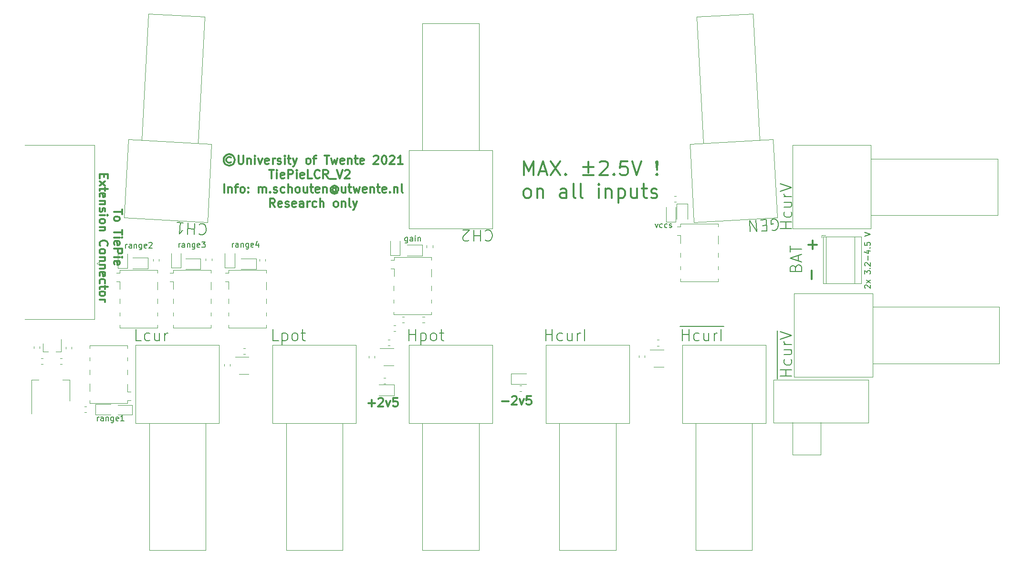
<source format=gbr>
G04 #@! TF.GenerationSoftware,KiCad,Pcbnew,(5.1.5)-3*
G04 #@! TF.CreationDate,2021-03-25T21:43:08+01:00*
G04 #@! TF.ProjectId,tiepieLCR,74696570-6965-44c4-9352-2e6b69636164,rev?*
G04 #@! TF.SameCoordinates,Original*
G04 #@! TF.FileFunction,Legend,Top*
G04 #@! TF.FilePolarity,Positive*
%FSLAX46Y46*%
G04 Gerber Fmt 4.6, Leading zero omitted, Abs format (unit mm)*
G04 Created by KiCad (PCBNEW (5.1.5)-3) date 2021-03-25 21:43:08*
%MOMM*%
%LPD*%
G04 APERTURE LIST*
%ADD10C,0.300000*%
%ADD11C,0.150000*%
%ADD12C,0.120000*%
G04 APERTURE END LIST*
D10*
X74103571Y-46007142D02*
X75246428Y-46007142D01*
X75889285Y-45221428D02*
X75960714Y-45150000D01*
X76103571Y-45078571D01*
X76460714Y-45078571D01*
X76603571Y-45150000D01*
X76675000Y-45221428D01*
X76746428Y-45364285D01*
X76746428Y-45507142D01*
X76675000Y-45721428D01*
X75817857Y-46578571D01*
X76746428Y-46578571D01*
X77246428Y-45578571D02*
X77603571Y-46578571D01*
X77960714Y-45578571D01*
X79246428Y-45078571D02*
X78532142Y-45078571D01*
X78460714Y-45792857D01*
X78532142Y-45721428D01*
X78675000Y-45650000D01*
X79032142Y-45650000D01*
X79175000Y-45721428D01*
X79246428Y-45792857D01*
X79317857Y-45935714D01*
X79317857Y-46292857D01*
X79246428Y-46435714D01*
X79175000Y-46507142D01*
X79032142Y-46578571D01*
X78675000Y-46578571D01*
X78532142Y-46507142D01*
X78460714Y-46435714D01*
X50403571Y-46307142D02*
X51546428Y-46307142D01*
X50975000Y-46878571D02*
X50975000Y-45735714D01*
X52189285Y-45521428D02*
X52260714Y-45450000D01*
X52403571Y-45378571D01*
X52760714Y-45378571D01*
X52903571Y-45450000D01*
X52975000Y-45521428D01*
X53046428Y-45664285D01*
X53046428Y-45807142D01*
X52975000Y-46021428D01*
X52117857Y-46878571D01*
X53046428Y-46878571D01*
X53546428Y-45878571D02*
X53903571Y-46878571D01*
X54260714Y-45878571D01*
X55546428Y-45378571D02*
X54832142Y-45378571D01*
X54760714Y-46092857D01*
X54832142Y-46021428D01*
X54975000Y-45950000D01*
X55332142Y-45950000D01*
X55475000Y-46021428D01*
X55546428Y-46092857D01*
X55617857Y-46235714D01*
X55617857Y-46592857D01*
X55546428Y-46735714D01*
X55475000Y-46807142D01*
X55332142Y-46878571D01*
X54975000Y-46878571D01*
X54832142Y-46807142D01*
X54760714Y-46735714D01*
D11*
X101275000Y-14485714D02*
X101513095Y-15152380D01*
X101751190Y-14485714D01*
X102560714Y-15104761D02*
X102465476Y-15152380D01*
X102275000Y-15152380D01*
X102179761Y-15104761D01*
X102132142Y-15057142D01*
X102084523Y-14961904D01*
X102084523Y-14676190D01*
X102132142Y-14580952D01*
X102179761Y-14533333D01*
X102275000Y-14485714D01*
X102465476Y-14485714D01*
X102560714Y-14533333D01*
X103417857Y-15104761D02*
X103322619Y-15152380D01*
X103132142Y-15152380D01*
X103036904Y-15104761D01*
X102989285Y-15057142D01*
X102941666Y-14961904D01*
X102941666Y-14676190D01*
X102989285Y-14580952D01*
X103036904Y-14533333D01*
X103132142Y-14485714D01*
X103322619Y-14485714D01*
X103417857Y-14533333D01*
X103798809Y-15104761D02*
X103894047Y-15152380D01*
X104084523Y-15152380D01*
X104179761Y-15104761D01*
X104227380Y-15009523D01*
X104227380Y-14961904D01*
X104179761Y-14866666D01*
X104084523Y-14819047D01*
X103941666Y-14819047D01*
X103846428Y-14771428D01*
X103798809Y-14676190D01*
X103798809Y-14628571D01*
X103846428Y-14533333D01*
X103941666Y-14485714D01*
X104084523Y-14485714D01*
X104179761Y-14533333D01*
X57346428Y-16885714D02*
X57346428Y-17695238D01*
X57298809Y-17790476D01*
X57251190Y-17838095D01*
X57155952Y-17885714D01*
X57013095Y-17885714D01*
X56917857Y-17838095D01*
X57346428Y-17504761D02*
X57251190Y-17552380D01*
X57060714Y-17552380D01*
X56965476Y-17504761D01*
X56917857Y-17457142D01*
X56870238Y-17361904D01*
X56870238Y-17076190D01*
X56917857Y-16980952D01*
X56965476Y-16933333D01*
X57060714Y-16885714D01*
X57251190Y-16885714D01*
X57346428Y-16933333D01*
X58251190Y-17552380D02*
X58251190Y-17028571D01*
X58203571Y-16933333D01*
X58108333Y-16885714D01*
X57917857Y-16885714D01*
X57822619Y-16933333D01*
X58251190Y-17504761D02*
X58155952Y-17552380D01*
X57917857Y-17552380D01*
X57822619Y-17504761D01*
X57775000Y-17409523D01*
X57775000Y-17314285D01*
X57822619Y-17219047D01*
X57917857Y-17171428D01*
X58155952Y-17171428D01*
X58251190Y-17123809D01*
X58727380Y-17552380D02*
X58727380Y-16885714D01*
X58727380Y-16552380D02*
X58679761Y-16600000D01*
X58727380Y-16647619D01*
X58775000Y-16600000D01*
X58727380Y-16552380D01*
X58727380Y-16647619D01*
X59203571Y-16885714D02*
X59203571Y-17552380D01*
X59203571Y-16980952D02*
X59251190Y-16933333D01*
X59346428Y-16885714D01*
X59489285Y-16885714D01*
X59584523Y-16933333D01*
X59632142Y-17028571D01*
X59632142Y-17552380D01*
X2316666Y-49427380D02*
X2316666Y-48760714D01*
X2316666Y-48951190D02*
X2364285Y-48855952D01*
X2411904Y-48808333D01*
X2507142Y-48760714D01*
X2602380Y-48760714D01*
X3364285Y-49427380D02*
X3364285Y-48903571D01*
X3316666Y-48808333D01*
X3221428Y-48760714D01*
X3030952Y-48760714D01*
X2935714Y-48808333D01*
X3364285Y-49379761D02*
X3269047Y-49427380D01*
X3030952Y-49427380D01*
X2935714Y-49379761D01*
X2888095Y-49284523D01*
X2888095Y-49189285D01*
X2935714Y-49094047D01*
X3030952Y-49046428D01*
X3269047Y-49046428D01*
X3364285Y-48998809D01*
X3840476Y-48760714D02*
X3840476Y-49427380D01*
X3840476Y-48855952D02*
X3888095Y-48808333D01*
X3983333Y-48760714D01*
X4126190Y-48760714D01*
X4221428Y-48808333D01*
X4269047Y-48903571D01*
X4269047Y-49427380D01*
X5173809Y-48760714D02*
X5173809Y-49570238D01*
X5126190Y-49665476D01*
X5078571Y-49713095D01*
X4983333Y-49760714D01*
X4840476Y-49760714D01*
X4745238Y-49713095D01*
X5173809Y-49379761D02*
X5078571Y-49427380D01*
X4888095Y-49427380D01*
X4792857Y-49379761D01*
X4745238Y-49332142D01*
X4697619Y-49236904D01*
X4697619Y-48951190D01*
X4745238Y-48855952D01*
X4792857Y-48808333D01*
X4888095Y-48760714D01*
X5078571Y-48760714D01*
X5173809Y-48808333D01*
X6030952Y-49379761D02*
X5935714Y-49427380D01*
X5745238Y-49427380D01*
X5650000Y-49379761D01*
X5602380Y-49284523D01*
X5602380Y-48903571D01*
X5650000Y-48808333D01*
X5745238Y-48760714D01*
X5935714Y-48760714D01*
X6030952Y-48808333D01*
X6078571Y-48903571D01*
X6078571Y-48998809D01*
X5602380Y-49094047D01*
X7030952Y-49427380D02*
X6459523Y-49427380D01*
X6745238Y-49427380D02*
X6745238Y-48427380D01*
X6650000Y-48570238D01*
X6554761Y-48665476D01*
X6459523Y-48713095D01*
X26266666Y-18602380D02*
X26266666Y-17935714D01*
X26266666Y-18126190D02*
X26314285Y-18030952D01*
X26361904Y-17983333D01*
X26457142Y-17935714D01*
X26552380Y-17935714D01*
X27314285Y-18602380D02*
X27314285Y-18078571D01*
X27266666Y-17983333D01*
X27171428Y-17935714D01*
X26980952Y-17935714D01*
X26885714Y-17983333D01*
X27314285Y-18554761D02*
X27219047Y-18602380D01*
X26980952Y-18602380D01*
X26885714Y-18554761D01*
X26838095Y-18459523D01*
X26838095Y-18364285D01*
X26885714Y-18269047D01*
X26980952Y-18221428D01*
X27219047Y-18221428D01*
X27314285Y-18173809D01*
X27790476Y-17935714D02*
X27790476Y-18602380D01*
X27790476Y-18030952D02*
X27838095Y-17983333D01*
X27933333Y-17935714D01*
X28076190Y-17935714D01*
X28171428Y-17983333D01*
X28219047Y-18078571D01*
X28219047Y-18602380D01*
X29123809Y-17935714D02*
X29123809Y-18745238D01*
X29076190Y-18840476D01*
X29028571Y-18888095D01*
X28933333Y-18935714D01*
X28790476Y-18935714D01*
X28695238Y-18888095D01*
X29123809Y-18554761D02*
X29028571Y-18602380D01*
X28838095Y-18602380D01*
X28742857Y-18554761D01*
X28695238Y-18507142D01*
X28647619Y-18411904D01*
X28647619Y-18126190D01*
X28695238Y-18030952D01*
X28742857Y-17983333D01*
X28838095Y-17935714D01*
X29028571Y-17935714D01*
X29123809Y-17983333D01*
X29980952Y-18554761D02*
X29885714Y-18602380D01*
X29695238Y-18602380D01*
X29600000Y-18554761D01*
X29552380Y-18459523D01*
X29552380Y-18078571D01*
X29600000Y-17983333D01*
X29695238Y-17935714D01*
X29885714Y-17935714D01*
X29980952Y-17983333D01*
X30028571Y-18078571D01*
X30028571Y-18173809D01*
X29552380Y-18269047D01*
X30885714Y-17935714D02*
X30885714Y-18602380D01*
X30647619Y-17554761D02*
X30409523Y-18269047D01*
X31028571Y-18269047D01*
X16741666Y-18652380D02*
X16741666Y-17985714D01*
X16741666Y-18176190D02*
X16789285Y-18080952D01*
X16836904Y-18033333D01*
X16932142Y-17985714D01*
X17027380Y-17985714D01*
X17789285Y-18652380D02*
X17789285Y-18128571D01*
X17741666Y-18033333D01*
X17646428Y-17985714D01*
X17455952Y-17985714D01*
X17360714Y-18033333D01*
X17789285Y-18604761D02*
X17694047Y-18652380D01*
X17455952Y-18652380D01*
X17360714Y-18604761D01*
X17313095Y-18509523D01*
X17313095Y-18414285D01*
X17360714Y-18319047D01*
X17455952Y-18271428D01*
X17694047Y-18271428D01*
X17789285Y-18223809D01*
X18265476Y-17985714D02*
X18265476Y-18652380D01*
X18265476Y-18080952D02*
X18313095Y-18033333D01*
X18408333Y-17985714D01*
X18551190Y-17985714D01*
X18646428Y-18033333D01*
X18694047Y-18128571D01*
X18694047Y-18652380D01*
X19598809Y-17985714D02*
X19598809Y-18795238D01*
X19551190Y-18890476D01*
X19503571Y-18938095D01*
X19408333Y-18985714D01*
X19265476Y-18985714D01*
X19170238Y-18938095D01*
X19598809Y-18604761D02*
X19503571Y-18652380D01*
X19313095Y-18652380D01*
X19217857Y-18604761D01*
X19170238Y-18557142D01*
X19122619Y-18461904D01*
X19122619Y-18176190D01*
X19170238Y-18080952D01*
X19217857Y-18033333D01*
X19313095Y-17985714D01*
X19503571Y-17985714D01*
X19598809Y-18033333D01*
X20455952Y-18604761D02*
X20360714Y-18652380D01*
X20170238Y-18652380D01*
X20075000Y-18604761D01*
X20027380Y-18509523D01*
X20027380Y-18128571D01*
X20075000Y-18033333D01*
X20170238Y-17985714D01*
X20360714Y-17985714D01*
X20455952Y-18033333D01*
X20503571Y-18128571D01*
X20503571Y-18223809D01*
X20027380Y-18319047D01*
X20836904Y-17652380D02*
X21455952Y-17652380D01*
X21122619Y-18033333D01*
X21265476Y-18033333D01*
X21360714Y-18080952D01*
X21408333Y-18128571D01*
X21455952Y-18223809D01*
X21455952Y-18461904D01*
X21408333Y-18557142D01*
X21360714Y-18604761D01*
X21265476Y-18652380D01*
X20979761Y-18652380D01*
X20884523Y-18604761D01*
X20836904Y-18557142D01*
X7316666Y-18752380D02*
X7316666Y-18085714D01*
X7316666Y-18276190D02*
X7364285Y-18180952D01*
X7411904Y-18133333D01*
X7507142Y-18085714D01*
X7602380Y-18085714D01*
X8364285Y-18752380D02*
X8364285Y-18228571D01*
X8316666Y-18133333D01*
X8221428Y-18085714D01*
X8030952Y-18085714D01*
X7935714Y-18133333D01*
X8364285Y-18704761D02*
X8269047Y-18752380D01*
X8030952Y-18752380D01*
X7935714Y-18704761D01*
X7888095Y-18609523D01*
X7888095Y-18514285D01*
X7935714Y-18419047D01*
X8030952Y-18371428D01*
X8269047Y-18371428D01*
X8364285Y-18323809D01*
X8840476Y-18085714D02*
X8840476Y-18752380D01*
X8840476Y-18180952D02*
X8888095Y-18133333D01*
X8983333Y-18085714D01*
X9126190Y-18085714D01*
X9221428Y-18133333D01*
X9269047Y-18228571D01*
X9269047Y-18752380D01*
X10173809Y-18085714D02*
X10173809Y-18895238D01*
X10126190Y-18990476D01*
X10078571Y-19038095D01*
X9983333Y-19085714D01*
X9840476Y-19085714D01*
X9745238Y-19038095D01*
X10173809Y-18704761D02*
X10078571Y-18752380D01*
X9888095Y-18752380D01*
X9792857Y-18704761D01*
X9745238Y-18657142D01*
X9697619Y-18561904D01*
X9697619Y-18276190D01*
X9745238Y-18180952D01*
X9792857Y-18133333D01*
X9888095Y-18085714D01*
X10078571Y-18085714D01*
X10173809Y-18133333D01*
X11030952Y-18704761D02*
X10935714Y-18752380D01*
X10745238Y-18752380D01*
X10650000Y-18704761D01*
X10602380Y-18609523D01*
X10602380Y-18228571D01*
X10650000Y-18133333D01*
X10745238Y-18085714D01*
X10935714Y-18085714D01*
X11030952Y-18133333D01*
X11078571Y-18228571D01*
X11078571Y-18323809D01*
X10602380Y-18419047D01*
X11459523Y-17847619D02*
X11507142Y-17800000D01*
X11602380Y-17752380D01*
X11840476Y-17752380D01*
X11935714Y-17800000D01*
X11983333Y-17847619D01*
X12030952Y-17942857D01*
X12030952Y-18038095D01*
X11983333Y-18180952D01*
X11411904Y-18752380D01*
X12030952Y-18752380D01*
D10*
X78014285Y-5855952D02*
X78014285Y-3355952D01*
X78847619Y-5141666D01*
X79680952Y-3355952D01*
X79680952Y-5855952D01*
X80752380Y-5141666D02*
X81942857Y-5141666D01*
X80514285Y-5855952D02*
X81347619Y-3355952D01*
X82180952Y-5855952D01*
X82776190Y-3355952D02*
X84442857Y-5855952D01*
X84442857Y-3355952D02*
X82776190Y-5855952D01*
X85395238Y-5617857D02*
X85514285Y-5736904D01*
X85395238Y-5855952D01*
X85276190Y-5736904D01*
X85395238Y-5617857D01*
X85395238Y-5855952D01*
X88490476Y-4427380D02*
X90395238Y-4427380D01*
X89442857Y-5379761D02*
X89442857Y-3475000D01*
X90395238Y-5855952D02*
X88490476Y-5855952D01*
X91466666Y-3594047D02*
X91585714Y-3475000D01*
X91823809Y-3355952D01*
X92419047Y-3355952D01*
X92657142Y-3475000D01*
X92776190Y-3594047D01*
X92895238Y-3832142D01*
X92895238Y-4070238D01*
X92776190Y-4427380D01*
X91347619Y-5855952D01*
X92895238Y-5855952D01*
X93966666Y-5617857D02*
X94085714Y-5736904D01*
X93966666Y-5855952D01*
X93847619Y-5736904D01*
X93966666Y-5617857D01*
X93966666Y-5855952D01*
X96347619Y-3355952D02*
X95157142Y-3355952D01*
X95038095Y-4546428D01*
X95157142Y-4427380D01*
X95395238Y-4308333D01*
X95990476Y-4308333D01*
X96228571Y-4427380D01*
X96347619Y-4546428D01*
X96466666Y-4784523D01*
X96466666Y-5379761D01*
X96347619Y-5617857D01*
X96228571Y-5736904D01*
X95990476Y-5855952D01*
X95395238Y-5855952D01*
X95157142Y-5736904D01*
X95038095Y-5617857D01*
X97180952Y-3355952D02*
X98014285Y-5855952D01*
X98847619Y-3355952D01*
X101585714Y-5617857D02*
X101704761Y-5736904D01*
X101585714Y-5855952D01*
X101466666Y-5736904D01*
X101585714Y-5617857D01*
X101585714Y-5855952D01*
X101585714Y-4903571D02*
X101466666Y-3475000D01*
X101585714Y-3355952D01*
X101704761Y-3475000D01*
X101585714Y-4903571D01*
X101585714Y-3355952D01*
X78430952Y-9905952D02*
X78192857Y-9786904D01*
X78073809Y-9667857D01*
X77954761Y-9429761D01*
X77954761Y-8715476D01*
X78073809Y-8477380D01*
X78192857Y-8358333D01*
X78430952Y-8239285D01*
X78788095Y-8239285D01*
X79026190Y-8358333D01*
X79145238Y-8477380D01*
X79264285Y-8715476D01*
X79264285Y-9429761D01*
X79145238Y-9667857D01*
X79026190Y-9786904D01*
X78788095Y-9905952D01*
X78430952Y-9905952D01*
X80335714Y-8239285D02*
X80335714Y-9905952D01*
X80335714Y-8477380D02*
X80454761Y-8358333D01*
X80692857Y-8239285D01*
X81050000Y-8239285D01*
X81288095Y-8358333D01*
X81407142Y-8596428D01*
X81407142Y-9905952D01*
X85573809Y-9905952D02*
X85573809Y-8596428D01*
X85454761Y-8358333D01*
X85216666Y-8239285D01*
X84740476Y-8239285D01*
X84502380Y-8358333D01*
X85573809Y-9786904D02*
X85335714Y-9905952D01*
X84740476Y-9905952D01*
X84502380Y-9786904D01*
X84383333Y-9548809D01*
X84383333Y-9310714D01*
X84502380Y-9072619D01*
X84740476Y-8953571D01*
X85335714Y-8953571D01*
X85573809Y-8834523D01*
X87121428Y-9905952D02*
X86883333Y-9786904D01*
X86764285Y-9548809D01*
X86764285Y-7405952D01*
X88430952Y-9905952D02*
X88192857Y-9786904D01*
X88073809Y-9548809D01*
X88073809Y-7405952D01*
X91288095Y-9905952D02*
X91288095Y-8239285D01*
X91288095Y-7405952D02*
X91169047Y-7525000D01*
X91288095Y-7644047D01*
X91407142Y-7525000D01*
X91288095Y-7405952D01*
X91288095Y-7644047D01*
X92478571Y-8239285D02*
X92478571Y-9905952D01*
X92478571Y-8477380D02*
X92597619Y-8358333D01*
X92835714Y-8239285D01*
X93192857Y-8239285D01*
X93430952Y-8358333D01*
X93550000Y-8596428D01*
X93550000Y-9905952D01*
X94740476Y-8239285D02*
X94740476Y-10739285D01*
X94740476Y-8358333D02*
X94978571Y-8239285D01*
X95454761Y-8239285D01*
X95692857Y-8358333D01*
X95811904Y-8477380D01*
X95930952Y-8715476D01*
X95930952Y-9429761D01*
X95811904Y-9667857D01*
X95692857Y-9786904D01*
X95454761Y-9905952D01*
X94978571Y-9905952D01*
X94740476Y-9786904D01*
X98073809Y-8239285D02*
X98073809Y-9905952D01*
X97002380Y-8239285D02*
X97002380Y-9548809D01*
X97121428Y-9786904D01*
X97359523Y-9905952D01*
X97716666Y-9905952D01*
X97954761Y-9786904D01*
X98073809Y-9667857D01*
X98907142Y-8239285D02*
X99859523Y-8239285D01*
X99264285Y-7405952D02*
X99264285Y-9548809D01*
X99383333Y-9786904D01*
X99621428Y-9905952D01*
X99859523Y-9905952D01*
X100573809Y-9786904D02*
X100811904Y-9905952D01*
X101288095Y-9905952D01*
X101526190Y-9786904D01*
X101645238Y-9548809D01*
X101645238Y-9429761D01*
X101526190Y-9191666D01*
X101288095Y-9072619D01*
X100930952Y-9072619D01*
X100692857Y-8953571D01*
X100573809Y-8715476D01*
X100573809Y-8596428D01*
X100692857Y-8358333D01*
X100930952Y-8239285D01*
X101288095Y-8239285D01*
X101526190Y-8358333D01*
X6746428Y-11900000D02*
X6746428Y-12757142D01*
X5246428Y-12328571D02*
X6746428Y-12328571D01*
X5246428Y-13471428D02*
X5317857Y-13328571D01*
X5389285Y-13257142D01*
X5532142Y-13185714D01*
X5960714Y-13185714D01*
X6103571Y-13257142D01*
X6175000Y-13328571D01*
X6246428Y-13471428D01*
X6246428Y-13685714D01*
X6175000Y-13828571D01*
X6103571Y-13900000D01*
X5960714Y-13971428D01*
X5532142Y-13971428D01*
X5389285Y-13900000D01*
X5317857Y-13828571D01*
X5246428Y-13685714D01*
X5246428Y-13471428D01*
X6746428Y-15542857D02*
X6746428Y-16400000D01*
X5246428Y-15971428D02*
X6746428Y-15971428D01*
X5246428Y-16900000D02*
X6246428Y-16900000D01*
X6746428Y-16900000D02*
X6675000Y-16828571D01*
X6603571Y-16900000D01*
X6675000Y-16971428D01*
X6746428Y-16900000D01*
X6603571Y-16900000D01*
X5317857Y-18185714D02*
X5246428Y-18042857D01*
X5246428Y-17757142D01*
X5317857Y-17614285D01*
X5460714Y-17542857D01*
X6032142Y-17542857D01*
X6175000Y-17614285D01*
X6246428Y-17757142D01*
X6246428Y-18042857D01*
X6175000Y-18185714D01*
X6032142Y-18257142D01*
X5889285Y-18257142D01*
X5746428Y-17542857D01*
X5246428Y-18900000D02*
X6746428Y-18900000D01*
X6746428Y-19471428D01*
X6675000Y-19614285D01*
X6603571Y-19685714D01*
X6460714Y-19757142D01*
X6246428Y-19757142D01*
X6103571Y-19685714D01*
X6032142Y-19614285D01*
X5960714Y-19471428D01*
X5960714Y-18900000D01*
X5246428Y-20400000D02*
X6246428Y-20400000D01*
X6746428Y-20400000D02*
X6674999Y-20328571D01*
X6603571Y-20400000D01*
X6674999Y-20471428D01*
X6746428Y-20400000D01*
X6603571Y-20400000D01*
X5317857Y-21685714D02*
X5246428Y-21542857D01*
X5246428Y-21257142D01*
X5317857Y-21114285D01*
X5460714Y-21042857D01*
X6032142Y-21042857D01*
X6174999Y-21114285D01*
X6246428Y-21257142D01*
X6246428Y-21542857D01*
X6174999Y-21685714D01*
X6032142Y-21757142D01*
X5889285Y-21757142D01*
X5746428Y-21042857D01*
X3482142Y-5685714D02*
X3482142Y-6185714D01*
X2696428Y-6399999D02*
X2696428Y-5685714D01*
X4196428Y-5685714D01*
X4196428Y-6399999D01*
X2696428Y-6899999D02*
X3696428Y-7685714D01*
X3696428Y-6899999D02*
X2696428Y-7685714D01*
X3696428Y-8042857D02*
X3696428Y-8614285D01*
X4196428Y-8257142D02*
X2910714Y-8257142D01*
X2767857Y-8328571D01*
X2696428Y-8471428D01*
X2696428Y-8614285D01*
X2767857Y-9685714D02*
X2696428Y-9542857D01*
X2696428Y-9257142D01*
X2767857Y-9114285D01*
X2910714Y-9042857D01*
X3482142Y-9042857D01*
X3625000Y-9114285D01*
X3696428Y-9257142D01*
X3696428Y-9542857D01*
X3625000Y-9685714D01*
X3482142Y-9757142D01*
X3339285Y-9757142D01*
X3196428Y-9042857D01*
X3696428Y-10399999D02*
X2696428Y-10399999D01*
X3553571Y-10399999D02*
X3625000Y-10471428D01*
X3696428Y-10614285D01*
X3696428Y-10828571D01*
X3625000Y-10971428D01*
X3482142Y-11042857D01*
X2696428Y-11042857D01*
X2767857Y-11685714D02*
X2696428Y-11828571D01*
X2696428Y-12114285D01*
X2767857Y-12257142D01*
X2910714Y-12328571D01*
X2982142Y-12328571D01*
X3125000Y-12257142D01*
X3196428Y-12114285D01*
X3196428Y-11899999D01*
X3267857Y-11757142D01*
X3410714Y-11685714D01*
X3482142Y-11685714D01*
X3625000Y-11757142D01*
X3696428Y-11899999D01*
X3696428Y-12114285D01*
X3625000Y-12257142D01*
X2696428Y-12971428D02*
X3696428Y-12971428D01*
X4196428Y-12971428D02*
X4125000Y-12899999D01*
X4053571Y-12971428D01*
X4125000Y-13042857D01*
X4196428Y-12971428D01*
X4053571Y-12971428D01*
X2696428Y-13899999D02*
X2767857Y-13757142D01*
X2839285Y-13685714D01*
X2982142Y-13614285D01*
X3410714Y-13614285D01*
X3553571Y-13685714D01*
X3625000Y-13757142D01*
X3696428Y-13899999D01*
X3696428Y-14114285D01*
X3625000Y-14257142D01*
X3553571Y-14328571D01*
X3410714Y-14399999D01*
X2982142Y-14399999D01*
X2839285Y-14328571D01*
X2767857Y-14257142D01*
X2696428Y-14114285D01*
X2696428Y-13899999D01*
X3696428Y-15042857D02*
X2696428Y-15042857D01*
X3553571Y-15042857D02*
X3625000Y-15114285D01*
X3696428Y-15257142D01*
X3696428Y-15471428D01*
X3625000Y-15614285D01*
X3482142Y-15685714D01*
X2696428Y-15685714D01*
X2839285Y-18399999D02*
X2767857Y-18328571D01*
X2696428Y-18114285D01*
X2696428Y-17971428D01*
X2767857Y-17757142D01*
X2910714Y-17614285D01*
X3053571Y-17542857D01*
X3339285Y-17471428D01*
X3553571Y-17471428D01*
X3839285Y-17542857D01*
X3982142Y-17614285D01*
X4125000Y-17757142D01*
X4196428Y-17971428D01*
X4196428Y-18114285D01*
X4125000Y-18328571D01*
X4053571Y-18399999D01*
X2696428Y-19257142D02*
X2767857Y-19114285D01*
X2839285Y-19042857D01*
X2982142Y-18971428D01*
X3410714Y-18971428D01*
X3553571Y-19042857D01*
X3624999Y-19114285D01*
X3696428Y-19257142D01*
X3696428Y-19471428D01*
X3624999Y-19614285D01*
X3553571Y-19685714D01*
X3410714Y-19757142D01*
X2982142Y-19757142D01*
X2839285Y-19685714D01*
X2767857Y-19614285D01*
X2696428Y-19471428D01*
X2696428Y-19257142D01*
X3696428Y-20399999D02*
X2696428Y-20399999D01*
X3553571Y-20399999D02*
X3624999Y-20471428D01*
X3696428Y-20614285D01*
X3696428Y-20828571D01*
X3624999Y-20971428D01*
X3482142Y-21042857D01*
X2696428Y-21042857D01*
X3696428Y-21757142D02*
X2696428Y-21757142D01*
X3553571Y-21757142D02*
X3624999Y-21828571D01*
X3696428Y-21971428D01*
X3696428Y-22185714D01*
X3624999Y-22328571D01*
X3482142Y-22399999D01*
X2696428Y-22399999D01*
X2767857Y-23685714D02*
X2696428Y-23542857D01*
X2696428Y-23257142D01*
X2767857Y-23114285D01*
X2910714Y-23042857D01*
X3482142Y-23042857D01*
X3624999Y-23114285D01*
X3696428Y-23257142D01*
X3696428Y-23542857D01*
X3624999Y-23685714D01*
X3482142Y-23757142D01*
X3339285Y-23757142D01*
X3196428Y-23042857D01*
X2767857Y-25042857D02*
X2696428Y-24900000D01*
X2696428Y-24614285D01*
X2767857Y-24471428D01*
X2839285Y-24400000D01*
X2982142Y-24328571D01*
X3410714Y-24328571D01*
X3553571Y-24400000D01*
X3624999Y-24471428D01*
X3696428Y-24614285D01*
X3696428Y-24900000D01*
X3624999Y-25042857D01*
X3696428Y-25471428D02*
X3696428Y-26042857D01*
X4196428Y-25685714D02*
X2910714Y-25685714D01*
X2767857Y-25757142D01*
X2696428Y-25900000D01*
X2696428Y-26042857D01*
X2696428Y-26757142D02*
X2767857Y-26614285D01*
X2839285Y-26542857D01*
X2982142Y-26471428D01*
X3410714Y-26471428D01*
X3553571Y-26542857D01*
X3624999Y-26614285D01*
X3696428Y-26757142D01*
X3696428Y-26971428D01*
X3624999Y-27114285D01*
X3553571Y-27185714D01*
X3410714Y-27257142D01*
X2982142Y-27257142D01*
X2839285Y-27185714D01*
X2767857Y-27114285D01*
X2696428Y-26971428D01*
X2696428Y-26757142D01*
X2696428Y-27900000D02*
X3696428Y-27900000D01*
X3410714Y-27900000D02*
X3553571Y-27971428D01*
X3624999Y-28042857D01*
X3696428Y-28185714D01*
X3696428Y-28328571D01*
X25992857Y-2710714D02*
X25849999Y-2639285D01*
X25564285Y-2639285D01*
X25421428Y-2710714D01*
X25278571Y-2853571D01*
X25207142Y-2996428D01*
X25207142Y-3282142D01*
X25278571Y-3425000D01*
X25421428Y-3567857D01*
X25564285Y-3639285D01*
X25849999Y-3639285D01*
X25992857Y-3567857D01*
X25707142Y-2139285D02*
X25349999Y-2210714D01*
X24992857Y-2425000D01*
X24778571Y-2782142D01*
X24707142Y-3139285D01*
X24778571Y-3496428D01*
X24992857Y-3853571D01*
X25349999Y-4067857D01*
X25707142Y-4139285D01*
X26064285Y-4067857D01*
X26421428Y-3853571D01*
X26635714Y-3496428D01*
X26707142Y-3139285D01*
X26635714Y-2782142D01*
X26421428Y-2425000D01*
X26064285Y-2210714D01*
X25707142Y-2139285D01*
X27349999Y-2353571D02*
X27349999Y-3567857D01*
X27421428Y-3710714D01*
X27492857Y-3782142D01*
X27635714Y-3853571D01*
X27921428Y-3853571D01*
X28064285Y-3782142D01*
X28135714Y-3710714D01*
X28207142Y-3567857D01*
X28207142Y-2353571D01*
X28921428Y-2853571D02*
X28921428Y-3853571D01*
X28921428Y-2996428D02*
X28992857Y-2925000D01*
X29135714Y-2853571D01*
X29349999Y-2853571D01*
X29492857Y-2925000D01*
X29564285Y-3067857D01*
X29564285Y-3853571D01*
X30278571Y-3853571D02*
X30278571Y-2853571D01*
X30278571Y-2353571D02*
X30207142Y-2425000D01*
X30278571Y-2496428D01*
X30349999Y-2425000D01*
X30278571Y-2353571D01*
X30278571Y-2496428D01*
X30849999Y-2853571D02*
X31207142Y-3853571D01*
X31564285Y-2853571D01*
X32707142Y-3782142D02*
X32564285Y-3853571D01*
X32278571Y-3853571D01*
X32135714Y-3782142D01*
X32064285Y-3639285D01*
X32064285Y-3067857D01*
X32135714Y-2925000D01*
X32278571Y-2853571D01*
X32564285Y-2853571D01*
X32707142Y-2925000D01*
X32778571Y-3067857D01*
X32778571Y-3210714D01*
X32064285Y-3353571D01*
X33421428Y-3853571D02*
X33421428Y-2853571D01*
X33421428Y-3139285D02*
X33492857Y-2996428D01*
X33564285Y-2925000D01*
X33707142Y-2853571D01*
X33850000Y-2853571D01*
X34278571Y-3782142D02*
X34421428Y-3853571D01*
X34707142Y-3853571D01*
X34850000Y-3782142D01*
X34921428Y-3639285D01*
X34921428Y-3567857D01*
X34850000Y-3425000D01*
X34707142Y-3353571D01*
X34492857Y-3353571D01*
X34350000Y-3282142D01*
X34278571Y-3139285D01*
X34278571Y-3067857D01*
X34350000Y-2925000D01*
X34492857Y-2853571D01*
X34707142Y-2853571D01*
X34850000Y-2925000D01*
X35564285Y-3853571D02*
X35564285Y-2853571D01*
X35564285Y-2353571D02*
X35492857Y-2425000D01*
X35564285Y-2496428D01*
X35635714Y-2425000D01*
X35564285Y-2353571D01*
X35564285Y-2496428D01*
X36064285Y-2853571D02*
X36635714Y-2853571D01*
X36278571Y-2353571D02*
X36278571Y-3639285D01*
X36350000Y-3782142D01*
X36492857Y-3853571D01*
X36635714Y-3853571D01*
X36992857Y-2853571D02*
X37350000Y-3853571D01*
X37707142Y-2853571D02*
X37350000Y-3853571D01*
X37207142Y-4210714D01*
X37135714Y-4282142D01*
X36992857Y-4353571D01*
X39635714Y-3853571D02*
X39492857Y-3782142D01*
X39421428Y-3710714D01*
X39349999Y-3567857D01*
X39349999Y-3139285D01*
X39421428Y-2996428D01*
X39492857Y-2925000D01*
X39635714Y-2853571D01*
X39849999Y-2853571D01*
X39992857Y-2925000D01*
X40064285Y-2996428D01*
X40135714Y-3139285D01*
X40135714Y-3567857D01*
X40064285Y-3710714D01*
X39992857Y-3782142D01*
X39849999Y-3853571D01*
X39635714Y-3853571D01*
X40564285Y-2853571D02*
X41135714Y-2853571D01*
X40778571Y-3853571D02*
X40778571Y-2567857D01*
X40849999Y-2425000D01*
X40992857Y-2353571D01*
X41135714Y-2353571D01*
X42564285Y-2353571D02*
X43421428Y-2353571D01*
X42992857Y-3853571D02*
X42992857Y-2353571D01*
X43778571Y-2853571D02*
X44064285Y-3853571D01*
X44349999Y-3139285D01*
X44635714Y-3853571D01*
X44921428Y-2853571D01*
X46064285Y-3782142D02*
X45921428Y-3853571D01*
X45635714Y-3853571D01*
X45492857Y-3782142D01*
X45421428Y-3639285D01*
X45421428Y-3067857D01*
X45492857Y-2925000D01*
X45635714Y-2853571D01*
X45921428Y-2853571D01*
X46064285Y-2925000D01*
X46135714Y-3067857D01*
X46135714Y-3210714D01*
X45421428Y-3353571D01*
X46778571Y-2853571D02*
X46778571Y-3853571D01*
X46778571Y-2996428D02*
X46849999Y-2925000D01*
X46992857Y-2853571D01*
X47207142Y-2853571D01*
X47349999Y-2925000D01*
X47421428Y-3067857D01*
X47421428Y-3853571D01*
X47921428Y-2853571D02*
X48492857Y-2853571D01*
X48135714Y-2353571D02*
X48135714Y-3639285D01*
X48207142Y-3782142D01*
X48349999Y-3853571D01*
X48492857Y-3853571D01*
X49564285Y-3782142D02*
X49421428Y-3853571D01*
X49135714Y-3853571D01*
X48992857Y-3782142D01*
X48921428Y-3639285D01*
X48921428Y-3067857D01*
X48992857Y-2925000D01*
X49135714Y-2853571D01*
X49421428Y-2853571D01*
X49564285Y-2925000D01*
X49635714Y-3067857D01*
X49635714Y-3210714D01*
X48921428Y-3353571D01*
X51350000Y-2496428D02*
X51421428Y-2425000D01*
X51564285Y-2353571D01*
X51921428Y-2353571D01*
X52064285Y-2425000D01*
X52135714Y-2496428D01*
X52207142Y-2639285D01*
X52207142Y-2782142D01*
X52135714Y-2996428D01*
X51278571Y-3853571D01*
X52207142Y-3853571D01*
X53135714Y-2353571D02*
X53278571Y-2353571D01*
X53421428Y-2425000D01*
X53492857Y-2496428D01*
X53564285Y-2639285D01*
X53635714Y-2925000D01*
X53635714Y-3282142D01*
X53564285Y-3567857D01*
X53492857Y-3710714D01*
X53421428Y-3782142D01*
X53278571Y-3853571D01*
X53135714Y-3853571D01*
X52992857Y-3782142D01*
X52921428Y-3710714D01*
X52850000Y-3567857D01*
X52778571Y-3282142D01*
X52778571Y-2925000D01*
X52850000Y-2639285D01*
X52921428Y-2496428D01*
X52992857Y-2425000D01*
X53135714Y-2353571D01*
X54207142Y-2496428D02*
X54278571Y-2425000D01*
X54421428Y-2353571D01*
X54778571Y-2353571D01*
X54921428Y-2425000D01*
X54992857Y-2496428D01*
X55064285Y-2639285D01*
X55064285Y-2782142D01*
X54992857Y-2996428D01*
X54135714Y-3853571D01*
X55064285Y-3853571D01*
X56492857Y-3853571D02*
X55635714Y-3853571D01*
X56064285Y-3853571D02*
X56064285Y-2353571D01*
X55921428Y-2567857D01*
X55778571Y-2710714D01*
X55635714Y-2782142D01*
X32814285Y-4903571D02*
X33671428Y-4903571D01*
X33242857Y-6403571D02*
X33242857Y-4903571D01*
X34171428Y-6403571D02*
X34171428Y-5403571D01*
X34171428Y-4903571D02*
X34100000Y-4975000D01*
X34171428Y-5046428D01*
X34242857Y-4975000D01*
X34171428Y-4903571D01*
X34171428Y-5046428D01*
X35457142Y-6332142D02*
X35314285Y-6403571D01*
X35028571Y-6403571D01*
X34885714Y-6332142D01*
X34814285Y-6189285D01*
X34814285Y-5617857D01*
X34885714Y-5475000D01*
X35028571Y-5403571D01*
X35314285Y-5403571D01*
X35457142Y-5475000D01*
X35528571Y-5617857D01*
X35528571Y-5760714D01*
X34814285Y-5903571D01*
X36171428Y-6403571D02*
X36171428Y-4903571D01*
X36742857Y-4903571D01*
X36885714Y-4975000D01*
X36957142Y-5046428D01*
X37028571Y-5189285D01*
X37028571Y-5403571D01*
X36957142Y-5546428D01*
X36885714Y-5617857D01*
X36742857Y-5689285D01*
X36171428Y-5689285D01*
X37671428Y-6403571D02*
X37671428Y-5403571D01*
X37671428Y-4903571D02*
X37600000Y-4975000D01*
X37671428Y-5046428D01*
X37742857Y-4975000D01*
X37671428Y-4903571D01*
X37671428Y-5046428D01*
X38957142Y-6332142D02*
X38814285Y-6403571D01*
X38528571Y-6403571D01*
X38385714Y-6332142D01*
X38314285Y-6189285D01*
X38314285Y-5617857D01*
X38385714Y-5475000D01*
X38528571Y-5403571D01*
X38814285Y-5403571D01*
X38957142Y-5475000D01*
X39028571Y-5617857D01*
X39028571Y-5760714D01*
X38314285Y-5903571D01*
X40385714Y-6403571D02*
X39671428Y-6403571D01*
X39671428Y-4903571D01*
X41742857Y-6260714D02*
X41671428Y-6332142D01*
X41457142Y-6403571D01*
X41314285Y-6403571D01*
X41100000Y-6332142D01*
X40957142Y-6189285D01*
X40885714Y-6046428D01*
X40814285Y-5760714D01*
X40814285Y-5546428D01*
X40885714Y-5260714D01*
X40957142Y-5117857D01*
X41100000Y-4975000D01*
X41314285Y-4903571D01*
X41457142Y-4903571D01*
X41671428Y-4975000D01*
X41742857Y-5046428D01*
X43242857Y-6403571D02*
X42742857Y-5689285D01*
X42385714Y-6403571D02*
X42385714Y-4903571D01*
X42957142Y-4903571D01*
X43100000Y-4975000D01*
X43171428Y-5046428D01*
X43242857Y-5189285D01*
X43242857Y-5403571D01*
X43171428Y-5546428D01*
X43100000Y-5617857D01*
X42957142Y-5689285D01*
X42385714Y-5689285D01*
X43528571Y-6546428D02*
X44671428Y-6546428D01*
X44814285Y-4903571D02*
X45314285Y-6403571D01*
X45814285Y-4903571D01*
X46242857Y-5046428D02*
X46314285Y-4975000D01*
X46457142Y-4903571D01*
X46814285Y-4903571D01*
X46957142Y-4975000D01*
X47028571Y-5046428D01*
X47100000Y-5189285D01*
X47100000Y-5332142D01*
X47028571Y-5546428D01*
X46171428Y-6403571D01*
X47100000Y-6403571D01*
X24814285Y-8953571D02*
X24814285Y-7453571D01*
X25528571Y-7953571D02*
X25528571Y-8953571D01*
X25528571Y-8096428D02*
X25600000Y-8025000D01*
X25742857Y-7953571D01*
X25957142Y-7953571D01*
X26100000Y-8025000D01*
X26171428Y-8167857D01*
X26171428Y-8953571D01*
X26671428Y-7953571D02*
X27242857Y-7953571D01*
X26885714Y-8953571D02*
X26885714Y-7667857D01*
X26957142Y-7525000D01*
X27100000Y-7453571D01*
X27242857Y-7453571D01*
X27957142Y-8953571D02*
X27814285Y-8882142D01*
X27742857Y-8810714D01*
X27671428Y-8667857D01*
X27671428Y-8239285D01*
X27742857Y-8096428D01*
X27814285Y-8025000D01*
X27957142Y-7953571D01*
X28171428Y-7953571D01*
X28314285Y-8025000D01*
X28385714Y-8096428D01*
X28457142Y-8239285D01*
X28457142Y-8667857D01*
X28385714Y-8810714D01*
X28314285Y-8882142D01*
X28171428Y-8953571D01*
X27957142Y-8953571D01*
X29100000Y-8810714D02*
X29171428Y-8882142D01*
X29100000Y-8953571D01*
X29028571Y-8882142D01*
X29100000Y-8810714D01*
X29100000Y-8953571D01*
X29100000Y-8025000D02*
X29171428Y-8096428D01*
X29100000Y-8167857D01*
X29028571Y-8096428D01*
X29100000Y-8025000D01*
X29100000Y-8167857D01*
X30957142Y-8953571D02*
X30957142Y-7953571D01*
X30957142Y-8096428D02*
X31028571Y-8025000D01*
X31171428Y-7953571D01*
X31385714Y-7953571D01*
X31528571Y-8025000D01*
X31600000Y-8167857D01*
X31600000Y-8953571D01*
X31600000Y-8167857D02*
X31671428Y-8025000D01*
X31814285Y-7953571D01*
X32028571Y-7953571D01*
X32171428Y-8025000D01*
X32242857Y-8167857D01*
X32242857Y-8953571D01*
X32957142Y-8810714D02*
X33028571Y-8882142D01*
X32957142Y-8953571D01*
X32885714Y-8882142D01*
X32957142Y-8810714D01*
X32957142Y-8953571D01*
X33600000Y-8882142D02*
X33742857Y-8953571D01*
X34028571Y-8953571D01*
X34171428Y-8882142D01*
X34242857Y-8739285D01*
X34242857Y-8667857D01*
X34171428Y-8525000D01*
X34028571Y-8453571D01*
X33814285Y-8453571D01*
X33671428Y-8382142D01*
X33600000Y-8239285D01*
X33600000Y-8167857D01*
X33671428Y-8025000D01*
X33814285Y-7953571D01*
X34028571Y-7953571D01*
X34171428Y-8025000D01*
X35528571Y-8882142D02*
X35385714Y-8953571D01*
X35100000Y-8953571D01*
X34957142Y-8882142D01*
X34885714Y-8810714D01*
X34814285Y-8667857D01*
X34814285Y-8239285D01*
X34885714Y-8096428D01*
X34957142Y-8025000D01*
X35100000Y-7953571D01*
X35385714Y-7953571D01*
X35528571Y-8025000D01*
X36171428Y-8953571D02*
X36171428Y-7453571D01*
X36814285Y-8953571D02*
X36814285Y-8167857D01*
X36742857Y-8025000D01*
X36600000Y-7953571D01*
X36385714Y-7953571D01*
X36242857Y-8025000D01*
X36171428Y-8096428D01*
X37742857Y-8953571D02*
X37600000Y-8882142D01*
X37528571Y-8810714D01*
X37457142Y-8667857D01*
X37457142Y-8239285D01*
X37528571Y-8096428D01*
X37600000Y-8025000D01*
X37742857Y-7953571D01*
X37957142Y-7953571D01*
X38100000Y-8025000D01*
X38171428Y-8096428D01*
X38242857Y-8239285D01*
X38242857Y-8667857D01*
X38171428Y-8810714D01*
X38100000Y-8882142D01*
X37957142Y-8953571D01*
X37742857Y-8953571D01*
X39528571Y-7953571D02*
X39528571Y-8953571D01*
X38885714Y-7953571D02*
X38885714Y-8739285D01*
X38957142Y-8882142D01*
X39100000Y-8953571D01*
X39314285Y-8953571D01*
X39457142Y-8882142D01*
X39528571Y-8810714D01*
X40028571Y-7953571D02*
X40600000Y-7953571D01*
X40242857Y-7453571D02*
X40242857Y-8739285D01*
X40314285Y-8882142D01*
X40457142Y-8953571D01*
X40600000Y-8953571D01*
X41671428Y-8882142D02*
X41528571Y-8953571D01*
X41242857Y-8953571D01*
X41100000Y-8882142D01*
X41028571Y-8739285D01*
X41028571Y-8167857D01*
X41100000Y-8025000D01*
X41242857Y-7953571D01*
X41528571Y-7953571D01*
X41671428Y-8025000D01*
X41742857Y-8167857D01*
X41742857Y-8310714D01*
X41028571Y-8453571D01*
X42385714Y-7953571D02*
X42385714Y-8953571D01*
X42385714Y-8096428D02*
X42457142Y-8025000D01*
X42600000Y-7953571D01*
X42814285Y-7953571D01*
X42957142Y-8025000D01*
X43028571Y-8167857D01*
X43028571Y-8953571D01*
X44671428Y-8239285D02*
X44600000Y-8167857D01*
X44457142Y-8096428D01*
X44314285Y-8096428D01*
X44171428Y-8167857D01*
X44100000Y-8239285D01*
X44028571Y-8382142D01*
X44028571Y-8525000D01*
X44100000Y-8667857D01*
X44171428Y-8739285D01*
X44314285Y-8810714D01*
X44457142Y-8810714D01*
X44600000Y-8739285D01*
X44671428Y-8667857D01*
X44671428Y-8096428D02*
X44671428Y-8667857D01*
X44742857Y-8739285D01*
X44814285Y-8739285D01*
X44957142Y-8667857D01*
X45028571Y-8525000D01*
X45028571Y-8167857D01*
X44885714Y-7953571D01*
X44671428Y-7810714D01*
X44385714Y-7739285D01*
X44100000Y-7810714D01*
X43885714Y-7953571D01*
X43742857Y-8167857D01*
X43671428Y-8453571D01*
X43742857Y-8739285D01*
X43885714Y-8953571D01*
X44100000Y-9096428D01*
X44385714Y-9167857D01*
X44671428Y-9096428D01*
X44885714Y-8953571D01*
X46314285Y-7953571D02*
X46314285Y-8953571D01*
X45671428Y-7953571D02*
X45671428Y-8739285D01*
X45742857Y-8882142D01*
X45885714Y-8953571D01*
X46100000Y-8953571D01*
X46242857Y-8882142D01*
X46314285Y-8810714D01*
X46814285Y-7953571D02*
X47385714Y-7953571D01*
X47028571Y-7453571D02*
X47028571Y-8739285D01*
X47100000Y-8882142D01*
X47242857Y-8953571D01*
X47385714Y-8953571D01*
X47742857Y-7953571D02*
X48028571Y-8953571D01*
X48314285Y-8239285D01*
X48600000Y-8953571D01*
X48885714Y-7953571D01*
X50028571Y-8882142D02*
X49885714Y-8953571D01*
X49600000Y-8953571D01*
X49457142Y-8882142D01*
X49385714Y-8739285D01*
X49385714Y-8167857D01*
X49457142Y-8025000D01*
X49600000Y-7953571D01*
X49885714Y-7953571D01*
X50028571Y-8025000D01*
X50100000Y-8167857D01*
X50100000Y-8310714D01*
X49385714Y-8453571D01*
X50742857Y-7953571D02*
X50742857Y-8953571D01*
X50742857Y-8096428D02*
X50814285Y-8025000D01*
X50957142Y-7953571D01*
X51171428Y-7953571D01*
X51314285Y-8025000D01*
X51385714Y-8167857D01*
X51385714Y-8953571D01*
X51885714Y-7953571D02*
X52457142Y-7953571D01*
X52100000Y-7453571D02*
X52100000Y-8739285D01*
X52171428Y-8882142D01*
X52314285Y-8953571D01*
X52457142Y-8953571D01*
X53528571Y-8882142D02*
X53385714Y-8953571D01*
X53100000Y-8953571D01*
X52957142Y-8882142D01*
X52885714Y-8739285D01*
X52885714Y-8167857D01*
X52957142Y-8025000D01*
X53100000Y-7953571D01*
X53385714Y-7953571D01*
X53528571Y-8025000D01*
X53600000Y-8167857D01*
X53600000Y-8310714D01*
X52885714Y-8453571D01*
X54242857Y-8810714D02*
X54314285Y-8882142D01*
X54242857Y-8953571D01*
X54171428Y-8882142D01*
X54242857Y-8810714D01*
X54242857Y-8953571D01*
X54957142Y-7953571D02*
X54957142Y-8953571D01*
X54957142Y-8096428D02*
X55028571Y-8025000D01*
X55171428Y-7953571D01*
X55385714Y-7953571D01*
X55528571Y-8025000D01*
X55600000Y-8167857D01*
X55600000Y-8953571D01*
X56528571Y-8953571D02*
X56385714Y-8882142D01*
X56314285Y-8739285D01*
X56314285Y-7453571D01*
X33814285Y-11503571D02*
X33314285Y-10789285D01*
X32957142Y-11503571D02*
X32957142Y-10003571D01*
X33528571Y-10003571D01*
X33671428Y-10075000D01*
X33742857Y-10146428D01*
X33814285Y-10289285D01*
X33814285Y-10503571D01*
X33742857Y-10646428D01*
X33671428Y-10717857D01*
X33528571Y-10789285D01*
X32957142Y-10789285D01*
X35028571Y-11432142D02*
X34885714Y-11503571D01*
X34600000Y-11503571D01*
X34457142Y-11432142D01*
X34385714Y-11289285D01*
X34385714Y-10717857D01*
X34457142Y-10575000D01*
X34600000Y-10503571D01*
X34885714Y-10503571D01*
X35028571Y-10575000D01*
X35100000Y-10717857D01*
X35100000Y-10860714D01*
X34385714Y-11003571D01*
X35671428Y-11432142D02*
X35814285Y-11503571D01*
X36100000Y-11503571D01*
X36242857Y-11432142D01*
X36314285Y-11289285D01*
X36314285Y-11217857D01*
X36242857Y-11075000D01*
X36100000Y-11003571D01*
X35885714Y-11003571D01*
X35742857Y-10932142D01*
X35671428Y-10789285D01*
X35671428Y-10717857D01*
X35742857Y-10575000D01*
X35885714Y-10503571D01*
X36100000Y-10503571D01*
X36242857Y-10575000D01*
X37528571Y-11432142D02*
X37385714Y-11503571D01*
X37100000Y-11503571D01*
X36957142Y-11432142D01*
X36885714Y-11289285D01*
X36885714Y-10717857D01*
X36957142Y-10575000D01*
X37100000Y-10503571D01*
X37385714Y-10503571D01*
X37528571Y-10575000D01*
X37600000Y-10717857D01*
X37600000Y-10860714D01*
X36885714Y-11003571D01*
X38885714Y-11503571D02*
X38885714Y-10717857D01*
X38814285Y-10575000D01*
X38671428Y-10503571D01*
X38385714Y-10503571D01*
X38242857Y-10575000D01*
X38885714Y-11432142D02*
X38742857Y-11503571D01*
X38385714Y-11503571D01*
X38242857Y-11432142D01*
X38171428Y-11289285D01*
X38171428Y-11146428D01*
X38242857Y-11003571D01*
X38385714Y-10932142D01*
X38742857Y-10932142D01*
X38885714Y-10860714D01*
X39600000Y-11503571D02*
X39600000Y-10503571D01*
X39600000Y-10789285D02*
X39671428Y-10646428D01*
X39742857Y-10575000D01*
X39885714Y-10503571D01*
X40028571Y-10503571D01*
X41171428Y-11432142D02*
X41028571Y-11503571D01*
X40742857Y-11503571D01*
X40600000Y-11432142D01*
X40528571Y-11360714D01*
X40457142Y-11217857D01*
X40457142Y-10789285D01*
X40528571Y-10646428D01*
X40600000Y-10575000D01*
X40742857Y-10503571D01*
X41028571Y-10503571D01*
X41171428Y-10575000D01*
X41814285Y-11503571D02*
X41814285Y-10003571D01*
X42457142Y-11503571D02*
X42457142Y-10717857D01*
X42385714Y-10575000D01*
X42242857Y-10503571D01*
X42028571Y-10503571D01*
X41885714Y-10575000D01*
X41814285Y-10646428D01*
X44528571Y-11503571D02*
X44385714Y-11432142D01*
X44314285Y-11360714D01*
X44242857Y-11217857D01*
X44242857Y-10789285D01*
X44314285Y-10646428D01*
X44385714Y-10575000D01*
X44528571Y-10503571D01*
X44742857Y-10503571D01*
X44885714Y-10575000D01*
X44957142Y-10646428D01*
X45028571Y-10789285D01*
X45028571Y-11217857D01*
X44957142Y-11360714D01*
X44885714Y-11432142D01*
X44742857Y-11503571D01*
X44528571Y-11503571D01*
X45671428Y-10503571D02*
X45671428Y-11503571D01*
X45671428Y-10646428D02*
X45742857Y-10575000D01*
X45885714Y-10503571D01*
X46100000Y-10503571D01*
X46242857Y-10575000D01*
X46314285Y-10717857D01*
X46314285Y-11503571D01*
X47242857Y-11503571D02*
X47100000Y-11432142D01*
X47028571Y-11289285D01*
X47028571Y-10003571D01*
X47671428Y-10503571D02*
X48028571Y-11503571D01*
X48385714Y-10503571D02*
X48028571Y-11503571D01*
X47885714Y-11860714D01*
X47814285Y-11932142D01*
X47671428Y-12003571D01*
D11*
X138547619Y-25880952D02*
X138500000Y-25833333D01*
X138452380Y-25738095D01*
X138452380Y-25500000D01*
X138500000Y-25404761D01*
X138547619Y-25357142D01*
X138642857Y-25309523D01*
X138738095Y-25309523D01*
X138880952Y-25357142D01*
X139452380Y-25928571D01*
X139452380Y-25309523D01*
X139452380Y-24976190D02*
X138785714Y-24452380D01*
X138785714Y-24976190D02*
X139452380Y-24452380D01*
X138452380Y-23404761D02*
X138452380Y-22785714D01*
X138833333Y-23119047D01*
X138833333Y-22976190D01*
X138880952Y-22880952D01*
X138928571Y-22833333D01*
X139023809Y-22785714D01*
X139261904Y-22785714D01*
X139357142Y-22833333D01*
X139404761Y-22880952D01*
X139452380Y-22976190D01*
X139452380Y-23261904D01*
X139404761Y-23357142D01*
X139357142Y-23404761D01*
X139357142Y-22357142D02*
X139404761Y-22309523D01*
X139452380Y-22357142D01*
X139404761Y-22404761D01*
X139357142Y-22357142D01*
X139452380Y-22357142D01*
X138547619Y-21928571D02*
X138500000Y-21880952D01*
X138452380Y-21785714D01*
X138452380Y-21547619D01*
X138500000Y-21452380D01*
X138547619Y-21404761D01*
X138642857Y-21357142D01*
X138738095Y-21357142D01*
X138880952Y-21404761D01*
X139452380Y-21976190D01*
X139452380Y-21357142D01*
X139071428Y-20928571D02*
X139071428Y-20166666D01*
X138785714Y-19261904D02*
X139452380Y-19261904D01*
X138404761Y-19500000D02*
X139119047Y-19738095D01*
X139119047Y-19119047D01*
X139357142Y-18738095D02*
X139404761Y-18690476D01*
X139452380Y-18738095D01*
X139404761Y-18785714D01*
X139357142Y-18738095D01*
X139452380Y-18738095D01*
X138452380Y-17785714D02*
X138452380Y-18261904D01*
X138928571Y-18309523D01*
X138880952Y-18261904D01*
X138833333Y-18166666D01*
X138833333Y-17928571D01*
X138880952Y-17833333D01*
X138928571Y-17785714D01*
X139023809Y-17738095D01*
X139261904Y-17738095D01*
X139357142Y-17785714D01*
X139404761Y-17833333D01*
X139452380Y-17928571D01*
X139452380Y-18166666D01*
X139404761Y-18261904D01*
X139357142Y-18309523D01*
X138452380Y-16690476D02*
X139452380Y-16357142D01*
X138452380Y-16023809D01*
X126207142Y-22276190D02*
X126302380Y-21990476D01*
X126397619Y-21895238D01*
X126588095Y-21800000D01*
X126873809Y-21800000D01*
X127064285Y-21895238D01*
X127159523Y-21990476D01*
X127254761Y-22180952D01*
X127254761Y-22942857D01*
X125254761Y-22942857D01*
X125254761Y-22276190D01*
X125350000Y-22085714D01*
X125445238Y-21990476D01*
X125635714Y-21895238D01*
X125826190Y-21895238D01*
X126016666Y-21990476D01*
X126111904Y-22085714D01*
X126207142Y-22276190D01*
X126207142Y-22942857D01*
X126683333Y-21038095D02*
X126683333Y-20085714D01*
X127254761Y-21228571D02*
X125254761Y-20561904D01*
X127254761Y-19895238D01*
X125254761Y-19514285D02*
X125254761Y-18371428D01*
X127254761Y-18942857D02*
X125254761Y-18942857D01*
X20416442Y-14608966D02*
X20516534Y-14518843D01*
X20806841Y-14438689D01*
X20997056Y-14448657D01*
X21277395Y-14558718D01*
X21457641Y-14758902D01*
X21542780Y-14954101D01*
X21617950Y-15339516D01*
X21602997Y-15624839D01*
X21487952Y-16000285D01*
X21382875Y-16185515D01*
X21182692Y-16365762D01*
X20892384Y-16445916D01*
X20702169Y-16435948D01*
X20421831Y-16325887D01*
X20331708Y-16225795D01*
X19570443Y-14373892D02*
X19465771Y-16371151D01*
X19515615Y-15420075D02*
X18374324Y-15360262D01*
X18429152Y-14314079D02*
X18324480Y-16311338D01*
X16431893Y-14209407D02*
X17573184Y-14269220D01*
X17002538Y-14239313D02*
X16897866Y-16236573D01*
X17103035Y-15961219D01*
X17303218Y-15780972D01*
X17498418Y-15695833D01*
X71130952Y-15735714D02*
X71226190Y-15640476D01*
X71511904Y-15545238D01*
X71702380Y-15545238D01*
X71988095Y-15640476D01*
X72178571Y-15830952D01*
X72273809Y-16021428D01*
X72369047Y-16402380D01*
X72369047Y-16688095D01*
X72273809Y-17069047D01*
X72178571Y-17259523D01*
X71988095Y-17450000D01*
X71702380Y-17545238D01*
X71511904Y-17545238D01*
X71226190Y-17450000D01*
X71130952Y-17354761D01*
X70273809Y-15545238D02*
X70273809Y-17545238D01*
X70273809Y-16592857D02*
X69130952Y-16592857D01*
X69130952Y-15545238D02*
X69130952Y-17545238D01*
X68273809Y-17354761D02*
X68178571Y-17450000D01*
X67988095Y-17545238D01*
X67511904Y-17545238D01*
X67321428Y-17450000D01*
X67226190Y-17354761D01*
X67130952Y-17164285D01*
X67130952Y-16973809D01*
X67226190Y-16688095D01*
X68369047Y-15545238D01*
X67130952Y-15545238D01*
X122028949Y-15573863D02*
X122224149Y-15659002D01*
X122509471Y-15644049D01*
X122789810Y-15533988D01*
X122970056Y-15333804D01*
X123055195Y-15138605D01*
X123130365Y-14753190D01*
X123115412Y-14467868D01*
X123000367Y-14092422D01*
X122895290Y-13907191D01*
X122695107Y-13726944D01*
X122404799Y-13646790D01*
X122214584Y-13656759D01*
X121934246Y-13766819D01*
X121844123Y-13866911D01*
X121879013Y-14532664D01*
X122259444Y-14512727D01*
X121033014Y-14767739D02*
X120367261Y-14802630D01*
X120027110Y-13771399D02*
X120978186Y-13721556D01*
X121082858Y-15718815D01*
X120131782Y-15768658D01*
X119171142Y-13816259D02*
X119275814Y-15813518D01*
X118029851Y-13876071D01*
X118134523Y-15873330D01*
X125504761Y-15309523D02*
X123504761Y-15309523D01*
X124457142Y-15309523D02*
X124457142Y-14166666D01*
X125504761Y-14166666D02*
X123504761Y-14166666D01*
X125409523Y-12357142D02*
X125504761Y-12547619D01*
X125504761Y-12928571D01*
X125409523Y-13119047D01*
X125314285Y-13214285D01*
X125123809Y-13309523D01*
X124552380Y-13309523D01*
X124361904Y-13214285D01*
X124266666Y-13119047D01*
X124171428Y-12928571D01*
X124171428Y-12547619D01*
X124266666Y-12357142D01*
X124171428Y-10642857D02*
X125504761Y-10642857D01*
X124171428Y-11500000D02*
X125219047Y-11500000D01*
X125409523Y-11404761D01*
X125504761Y-11214285D01*
X125504761Y-10928571D01*
X125409523Y-10738095D01*
X125314285Y-10642857D01*
X125504761Y-9690476D02*
X124171428Y-9690476D01*
X124552380Y-9690476D02*
X124361904Y-9595238D01*
X124266666Y-9500000D01*
X124171428Y-9309523D01*
X124171428Y-9119047D01*
X123504761Y-8738095D02*
X125504761Y-8071428D01*
X123504761Y-7404761D01*
X122965000Y-41985714D02*
X122965000Y-39890476D01*
X125504761Y-41509523D02*
X123504761Y-41509523D01*
X124457142Y-41509523D02*
X124457142Y-40366666D01*
X125504761Y-40366666D02*
X123504761Y-40366666D01*
X122965000Y-39890476D02*
X122965000Y-38176190D01*
X125409523Y-38557142D02*
X125504761Y-38747619D01*
X125504761Y-39128571D01*
X125409523Y-39319047D01*
X125314285Y-39414285D01*
X125123809Y-39509523D01*
X124552380Y-39509523D01*
X124361904Y-39414285D01*
X124266666Y-39319047D01*
X124171428Y-39128571D01*
X124171428Y-38747619D01*
X124266666Y-38557142D01*
X122965000Y-38176190D02*
X122965000Y-36366666D01*
X124171428Y-36842857D02*
X125504761Y-36842857D01*
X124171428Y-37700000D02*
X125219047Y-37700000D01*
X125409523Y-37604761D01*
X125504761Y-37414285D01*
X125504761Y-37128571D01*
X125409523Y-36938095D01*
X125314285Y-36842857D01*
X122965000Y-36366666D02*
X122965000Y-35128571D01*
X125504761Y-35890476D02*
X124171428Y-35890476D01*
X124552380Y-35890476D02*
X124361904Y-35795238D01*
X124266666Y-35700000D01*
X124171428Y-35509523D01*
X124171428Y-35319047D01*
X122965000Y-35128571D02*
X122965000Y-33414285D01*
X123504761Y-34938095D02*
X125504761Y-34271428D01*
X123504761Y-33604761D01*
X105645238Y-32665000D02*
X107740476Y-32665000D01*
X106121428Y-35204761D02*
X106121428Y-33204761D01*
X106121428Y-34157142D02*
X107264285Y-34157142D01*
X107264285Y-35204761D02*
X107264285Y-33204761D01*
X107740476Y-32665000D02*
X109454761Y-32665000D01*
X109073809Y-35109523D02*
X108883333Y-35204761D01*
X108502380Y-35204761D01*
X108311904Y-35109523D01*
X108216666Y-35014285D01*
X108121428Y-34823809D01*
X108121428Y-34252380D01*
X108216666Y-34061904D01*
X108311904Y-33966666D01*
X108502380Y-33871428D01*
X108883333Y-33871428D01*
X109073809Y-33966666D01*
X109454761Y-32665000D02*
X111264285Y-32665000D01*
X110788095Y-33871428D02*
X110788095Y-35204761D01*
X109930952Y-33871428D02*
X109930952Y-34919047D01*
X110026190Y-35109523D01*
X110216666Y-35204761D01*
X110502380Y-35204761D01*
X110692857Y-35109523D01*
X110788095Y-35014285D01*
X111264285Y-32665000D02*
X112502380Y-32665000D01*
X111740476Y-35204761D02*
X111740476Y-33871428D01*
X111740476Y-34252380D02*
X111835714Y-34061904D01*
X111930952Y-33966666D01*
X112121428Y-33871428D01*
X112311904Y-33871428D01*
X112502380Y-32665000D02*
X113454761Y-32665000D01*
X112978571Y-35204761D02*
X112978571Y-33204761D01*
X81871428Y-35204761D02*
X81871428Y-33204761D01*
X81871428Y-34157142D02*
X83014285Y-34157142D01*
X83014285Y-35204761D02*
X83014285Y-33204761D01*
X84823809Y-35109523D02*
X84633333Y-35204761D01*
X84252380Y-35204761D01*
X84061904Y-35109523D01*
X83966666Y-35014285D01*
X83871428Y-34823809D01*
X83871428Y-34252380D01*
X83966666Y-34061904D01*
X84061904Y-33966666D01*
X84252380Y-33871428D01*
X84633333Y-33871428D01*
X84823809Y-33966666D01*
X86538095Y-33871428D02*
X86538095Y-35204761D01*
X85680952Y-33871428D02*
X85680952Y-34919047D01*
X85776190Y-35109523D01*
X85966666Y-35204761D01*
X86252380Y-35204761D01*
X86442857Y-35109523D01*
X86538095Y-35014285D01*
X87490476Y-35204761D02*
X87490476Y-33871428D01*
X87490476Y-34252380D02*
X87585714Y-34061904D01*
X87680952Y-33966666D01*
X87871428Y-33871428D01*
X88061904Y-33871428D01*
X88728571Y-35204761D02*
X88728571Y-33204761D01*
X57622619Y-35204761D02*
X57622619Y-33204761D01*
X57622619Y-34157142D02*
X58765476Y-34157142D01*
X58765476Y-35204761D02*
X58765476Y-33204761D01*
X59717857Y-33871428D02*
X59717857Y-35871428D01*
X59717857Y-33966666D02*
X59908333Y-33871428D01*
X60289285Y-33871428D01*
X60479761Y-33966666D01*
X60575000Y-34061904D01*
X60670238Y-34252380D01*
X60670238Y-34823809D01*
X60575000Y-35014285D01*
X60479761Y-35109523D01*
X60289285Y-35204761D01*
X59908333Y-35204761D01*
X59717857Y-35109523D01*
X61813095Y-35204761D02*
X61622619Y-35109523D01*
X61527380Y-35014285D01*
X61432142Y-34823809D01*
X61432142Y-34252380D01*
X61527380Y-34061904D01*
X61622619Y-33966666D01*
X61813095Y-33871428D01*
X62098809Y-33871428D01*
X62289285Y-33966666D01*
X62384523Y-34061904D01*
X62479761Y-34252380D01*
X62479761Y-34823809D01*
X62384523Y-35014285D01*
X62289285Y-35109523D01*
X62098809Y-35204761D01*
X61813095Y-35204761D01*
X63051190Y-33871428D02*
X63813095Y-33871428D01*
X63336904Y-33204761D02*
X63336904Y-34919047D01*
X63432142Y-35109523D01*
X63622619Y-35204761D01*
X63813095Y-35204761D01*
X34438095Y-35204761D02*
X33485714Y-35204761D01*
X33485714Y-33204761D01*
X35104761Y-33871428D02*
X35104761Y-35871428D01*
X35104761Y-33966666D02*
X35295238Y-33871428D01*
X35676190Y-33871428D01*
X35866666Y-33966666D01*
X35961904Y-34061904D01*
X36057142Y-34252380D01*
X36057142Y-34823809D01*
X35961904Y-35014285D01*
X35866666Y-35109523D01*
X35676190Y-35204761D01*
X35295238Y-35204761D01*
X35104761Y-35109523D01*
X37200000Y-35204761D02*
X37009523Y-35109523D01*
X36914285Y-35014285D01*
X36819047Y-34823809D01*
X36819047Y-34252380D01*
X36914285Y-34061904D01*
X37009523Y-33966666D01*
X37200000Y-33871428D01*
X37485714Y-33871428D01*
X37676190Y-33966666D01*
X37771428Y-34061904D01*
X37866666Y-34252380D01*
X37866666Y-34823809D01*
X37771428Y-35014285D01*
X37676190Y-35109523D01*
X37485714Y-35204761D01*
X37200000Y-35204761D01*
X38438095Y-33871428D02*
X39200000Y-33871428D01*
X38723809Y-33204761D02*
X38723809Y-34919047D01*
X38819047Y-35109523D01*
X39009523Y-35204761D01*
X39200000Y-35204761D01*
X10088095Y-35204761D02*
X9135714Y-35204761D01*
X9135714Y-33204761D01*
X11611904Y-35109523D02*
X11421428Y-35204761D01*
X11040476Y-35204761D01*
X10850000Y-35109523D01*
X10754761Y-35014285D01*
X10659523Y-34823809D01*
X10659523Y-34252380D01*
X10754761Y-34061904D01*
X10850000Y-33966666D01*
X11040476Y-33871428D01*
X11421428Y-33871428D01*
X11611904Y-33966666D01*
X13326190Y-33871428D02*
X13326190Y-35204761D01*
X12469047Y-33871428D02*
X12469047Y-34919047D01*
X12564285Y-35109523D01*
X12754761Y-35204761D01*
X13040476Y-35204761D01*
X13230952Y-35109523D01*
X13326190Y-35014285D01*
X14278571Y-35204761D02*
X14278571Y-33871428D01*
X14278571Y-34252380D02*
X14373809Y-34061904D01*
X14469047Y-33966666D01*
X14659523Y-33871428D01*
X14850000Y-33871428D01*
D10*
X129092857Y-24261904D02*
X129092857Y-22738095D01*
X128438095Y-18242857D02*
X129961904Y-18242857D01*
X129200000Y-19004761D02*
X129200000Y-17480952D01*
D12*
X-2590000Y-42152500D02*
X-3850000Y-42152500D01*
X-9410000Y-42152500D02*
X-8150000Y-42152500D01*
X-2590000Y-45912500D02*
X-2590000Y-42152500D01*
X-9410000Y-48162500D02*
X-9410000Y-42152500D01*
X105775000Y-14510000D02*
X112435000Y-14500000D01*
X112435000Y-14500000D02*
X112435000Y-15000000D01*
X112435000Y-16600000D02*
X112435000Y-18000000D01*
X112435000Y-19600000D02*
X112435000Y-20400000D01*
X112435000Y-22000000D02*
X112435000Y-22600000D01*
X112435000Y-24200000D02*
X112435000Y-24700000D01*
X112435000Y-24700000D02*
X105735000Y-24700000D01*
X105735000Y-24700000D02*
X105735000Y-24200000D01*
X105735000Y-22600000D02*
X105735000Y-22000000D01*
X105735000Y-20400000D02*
X105735000Y-19600000D01*
X105775000Y-17910000D02*
X105775000Y-16510000D01*
X105775000Y-14510000D02*
X105775000Y-15010000D01*
X105775000Y-15010000D02*
X105175000Y-15010000D01*
X105775000Y-16510000D02*
X105175000Y-16510000D01*
X7785275Y469607D02*
X7057805Y-13411343D01*
X22564992Y-304965D02*
X7785275Y469607D01*
X21837523Y-14185916D02*
X22564992Y-304965D01*
X7057805Y-13411343D02*
X21837523Y-14185916D01*
X21345841Y22289806D02*
X20168282Y-179359D01*
X11359545Y22813165D02*
X21345841Y22289806D01*
X10181986Y344001D02*
X11359545Y22813165D01*
X139850000Y-26850000D02*
X125950000Y-26850000D01*
X139850000Y-41650000D02*
X139850000Y-26850000D01*
X125950000Y-41650000D02*
X139850000Y-41650000D01*
X125950000Y-26850000D02*
X125950000Y-41650000D01*
X162350000Y-39250000D02*
X139850000Y-39250000D01*
X162350000Y-29250000D02*
X162350000Y-39250000D01*
X139850000Y-29250000D02*
X162350000Y-29250000D01*
X60000000Y-1400000D02*
X60000000Y21100000D01*
X60000000Y21100000D02*
X70000000Y21100000D01*
X70000000Y21100000D02*
X70000000Y-1400000D01*
X57600000Y-15300000D02*
X72400000Y-15300000D01*
X72400000Y-15300000D02*
X72400000Y-1400000D01*
X72400000Y-1400000D02*
X57600000Y-1400000D01*
X57600000Y-1400000D02*
X57600000Y-15300000D01*
X15450000Y-22300000D02*
X15450000Y-19750000D01*
X17150000Y-22300000D02*
X17150000Y-19750000D01*
X15450000Y-22300000D02*
X17150000Y-22300000D01*
X7600000Y-44290000D02*
X8200000Y-44290000D01*
X7600000Y-45790000D02*
X8200000Y-45790000D01*
X7600000Y-46290000D02*
X7600000Y-45790000D01*
X7600000Y-42890000D02*
X7600000Y-44290000D01*
X7640000Y-40400000D02*
X7640000Y-41200000D01*
X7640000Y-38200000D02*
X7640000Y-38800000D01*
X7640000Y-36100000D02*
X7640000Y-36600000D01*
X940000Y-36100000D02*
X7640000Y-36100000D01*
X940000Y-36600000D02*
X940000Y-36100000D01*
X940000Y-38800000D02*
X940000Y-38200000D01*
X940000Y-41200000D02*
X940000Y-40400000D01*
X940000Y-44200000D02*
X940000Y-42800000D01*
X940000Y-46300000D02*
X940000Y-45800000D01*
X7600000Y-46290000D02*
X940000Y-46300000D01*
X15800000Y-24710000D02*
X15200000Y-24710000D01*
X15800000Y-23210000D02*
X15200000Y-23210000D01*
X15800000Y-22710000D02*
X15800000Y-23210000D01*
X15800000Y-26110000D02*
X15800000Y-24710000D01*
X15760000Y-28600000D02*
X15760000Y-27800000D01*
X15760000Y-30800000D02*
X15760000Y-30200000D01*
X15760000Y-32900000D02*
X15760000Y-32400000D01*
X22460000Y-32900000D02*
X15760000Y-32900000D01*
X22460000Y-32400000D02*
X22460000Y-32900000D01*
X22460000Y-30200000D02*
X22460000Y-30800000D01*
X22460000Y-27800000D02*
X22460000Y-28600000D01*
X22460000Y-24800000D02*
X22460000Y-26200000D01*
X22460000Y-22700000D02*
X22460000Y-23200000D01*
X15800000Y-22710000D02*
X22460000Y-22700000D01*
X-7305000Y-37160000D02*
X-7305000Y-35700000D01*
X-4145000Y-37160000D02*
X-4145000Y-35000000D01*
X-4145000Y-37160000D02*
X-5075000Y-37160000D01*
X-7305000Y-37160000D02*
X-6375000Y-37160000D01*
X51510000Y-37928733D02*
X51510000Y-38271267D01*
X50490000Y-37928733D02*
X50490000Y-38271267D01*
X53828733Y-36060000D02*
X54171267Y-36060000D01*
X53828733Y-35040000D02*
X54171267Y-35040000D01*
X25810000Y-39328733D02*
X25810000Y-39671267D01*
X24790000Y-39328733D02*
X24790000Y-39671267D01*
X28228733Y-37610000D02*
X28571267Y-37610000D01*
X28228733Y-36590000D02*
X28571267Y-36590000D01*
X98390000Y-37878733D02*
X98390000Y-38221267D01*
X99410000Y-37878733D02*
X99410000Y-38221267D01*
X101628733Y-36110000D02*
X101971267Y-36110000D01*
X101628733Y-35090000D02*
X101971267Y-35090000D01*
X52275000Y-44960000D02*
X54960000Y-44960000D01*
X54960000Y-44960000D02*
X54960000Y-43040000D01*
X54960000Y-43040000D02*
X52275000Y-43040000D01*
X75715000Y-42960000D02*
X78400000Y-42960000D01*
X75715000Y-41040000D02*
X75715000Y-42960000D01*
X78400000Y-41040000D02*
X75715000Y-41040000D01*
X8475000Y-48350000D02*
X8475000Y-46650000D01*
X8475000Y-46650000D02*
X5925000Y-46650000D01*
X8475000Y-48350000D02*
X5925000Y-48350000D01*
X5975000Y-22325000D02*
X5975000Y-19775000D01*
X7675000Y-22325000D02*
X7675000Y-19775000D01*
X5975000Y-22325000D02*
X7675000Y-22325000D01*
X24950000Y-22250000D02*
X26650000Y-22250000D01*
X26650000Y-22250000D02*
X26650000Y-19700000D01*
X24950000Y-22250000D02*
X24950000Y-19700000D01*
X103225000Y-14100000D02*
X103225000Y-11550000D01*
X104925000Y-14100000D02*
X104925000Y-11550000D01*
X103225000Y-14100000D02*
X104925000Y-14100000D01*
X131600000Y-16780000D02*
X131600000Y-25100000D01*
X136700000Y-16780000D02*
X136700000Y-25100000D01*
X137820000Y-16780000D02*
X137820000Y-25100000D01*
X131080000Y-16780000D02*
X131080000Y-25100000D01*
X137820000Y-16780000D02*
X131080000Y-16780000D01*
X137820000Y-25100000D02*
X131080000Y-25100000D01*
X131480000Y-16540000D02*
X130840000Y-16540000D01*
X130840000Y-16540000D02*
X130840000Y-16940000D01*
X-10580000Y-475000D02*
X1760000Y-475000D01*
X1760000Y-475000D02*
X1760000Y-31445000D01*
X1760000Y-31445000D02*
X-10580000Y-31445000D01*
X2654338Y-21250000D02*
X2654338Y-21750000D01*
X2654338Y-21750000D02*
X2221325Y-21500000D01*
X2221325Y-21500000D02*
X2654338Y-21250000D01*
X70000000Y-49900000D02*
X70000000Y-72400000D01*
X70000000Y-72400000D02*
X60000000Y-72400000D01*
X60000000Y-72400000D02*
X60000000Y-49900000D01*
X72400000Y-36000000D02*
X57600000Y-36000000D01*
X57600000Y-36000000D02*
X57600000Y-49900000D01*
X57600000Y-49900000D02*
X72400000Y-49900000D01*
X72400000Y-49900000D02*
X72400000Y-36000000D01*
X48200000Y-49900000D02*
X48200000Y-36000000D01*
X33400000Y-49900000D02*
X48200000Y-49900000D01*
X33400000Y-36000000D02*
X33400000Y-49900000D01*
X48200000Y-36000000D02*
X33400000Y-36000000D01*
X35800000Y-72400000D02*
X35800000Y-49900000D01*
X45800000Y-72400000D02*
X35800000Y-72400000D01*
X45800000Y-49900000D02*
X45800000Y-72400000D01*
X23900000Y-49900000D02*
X23900000Y-36000000D01*
X9100000Y-49900000D02*
X23900000Y-49900000D01*
X9100000Y-36000000D02*
X9100000Y-49900000D01*
X23900000Y-36000000D02*
X9100000Y-36000000D01*
X11500000Y-72400000D02*
X11500000Y-49900000D01*
X21500000Y-72400000D02*
X11500000Y-72400000D01*
X21500000Y-49900000D02*
X21500000Y-72400000D01*
X96700000Y-49900000D02*
X96700000Y-36000000D01*
X81900000Y-49900000D02*
X96700000Y-49900000D01*
X81900000Y-36000000D02*
X81900000Y-49900000D01*
X96700000Y-36000000D02*
X81900000Y-36000000D01*
X84300000Y-72400000D02*
X84300000Y-49900000D01*
X94300000Y-72400000D02*
X84300000Y-72400000D01*
X94300000Y-49900000D02*
X94300000Y-72400000D01*
X109831718Y-179359D02*
X108654159Y22289806D01*
X108654159Y22289806D02*
X118640455Y22813165D01*
X118640455Y22813165D02*
X119818014Y344001D01*
X108162477Y-14185916D02*
X122942195Y-13411343D01*
X122942195Y-13411343D02*
X122214725Y469607D01*
X122214725Y469607D02*
X107435008Y-304965D01*
X107435008Y-304965D02*
X108162477Y-14185916D01*
X139570000Y-2930000D02*
X162070000Y-2930000D01*
X162070000Y-2930000D02*
X162070000Y-12930000D01*
X162070000Y-12930000D02*
X139570000Y-12930000D01*
X125670000Y-530000D02*
X125670000Y-15330000D01*
X125670000Y-15330000D02*
X139570000Y-15330000D01*
X139570000Y-15330000D02*
X139570000Y-530000D01*
X139570000Y-530000D02*
X125670000Y-530000D01*
X120900000Y-49900000D02*
X120900000Y-36000000D01*
X106100000Y-49900000D02*
X120900000Y-49900000D01*
X106100000Y-36000000D02*
X106100000Y-49900000D01*
X120900000Y-36000000D02*
X106100000Y-36000000D01*
X108500000Y-72400000D02*
X108500000Y-49900000D01*
X118500000Y-72400000D02*
X108500000Y-72400000D01*
X118500000Y-49900000D02*
X118500000Y-72400000D01*
X54950000Y-22410000D02*
X54350000Y-22410000D01*
X54950000Y-20910000D02*
X54350000Y-20910000D01*
X54950000Y-20410000D02*
X54950000Y-20910000D01*
X54950000Y-23810000D02*
X54950000Y-22410000D01*
X54910000Y-26300000D02*
X54910000Y-25500000D01*
X54910000Y-28500000D02*
X54910000Y-27900000D01*
X54910000Y-30600000D02*
X54910000Y-30100000D01*
X61610000Y-30600000D02*
X54910000Y-30600000D01*
X61610000Y-30100000D02*
X61610000Y-30600000D01*
X61610000Y-27900000D02*
X61610000Y-28500000D01*
X61610000Y-25500000D02*
X61610000Y-26300000D01*
X61610000Y-22500000D02*
X61610000Y-23900000D01*
X61610000Y-20400000D02*
X61610000Y-20900000D01*
X54950000Y-20410000D02*
X61610000Y-20400000D01*
X6300000Y-22710000D02*
X12960000Y-22700000D01*
X12960000Y-22700000D02*
X12960000Y-23200000D01*
X12960000Y-24800000D02*
X12960000Y-26200000D01*
X12960000Y-27800000D02*
X12960000Y-28600000D01*
X12960000Y-30200000D02*
X12960000Y-30800000D01*
X12960000Y-32400000D02*
X12960000Y-32900000D01*
X12960000Y-32900000D02*
X6260000Y-32900000D01*
X6260000Y-32900000D02*
X6260000Y-32400000D01*
X6260000Y-30800000D02*
X6260000Y-30200000D01*
X6260000Y-28600000D02*
X6260000Y-27800000D01*
X6300000Y-26110000D02*
X6300000Y-24710000D01*
X6300000Y-22710000D02*
X6300000Y-23210000D01*
X6300000Y-23210000D02*
X5700000Y-23210000D01*
X6300000Y-24710000D02*
X5700000Y-24710000D01*
X25600000Y-22710000D02*
X32260000Y-22700000D01*
X32260000Y-22700000D02*
X32260000Y-23200000D01*
X32260000Y-24800000D02*
X32260000Y-26200000D01*
X32260000Y-27800000D02*
X32260000Y-28600000D01*
X32260000Y-30200000D02*
X32260000Y-30800000D01*
X32260000Y-32400000D02*
X32260000Y-32900000D01*
X32260000Y-32900000D02*
X25560000Y-32900000D01*
X25560000Y-32900000D02*
X25560000Y-32400000D01*
X25560000Y-30800000D02*
X25560000Y-30200000D01*
X25560000Y-28600000D02*
X25560000Y-27800000D01*
X25600000Y-26110000D02*
X25600000Y-24710000D01*
X25600000Y-22710000D02*
X25600000Y-23210000D01*
X25600000Y-23210000D02*
X25000000Y-23210000D01*
X25600000Y-24710000D02*
X25000000Y-24710000D01*
X54880000Y-36590000D02*
X52450000Y-36590000D01*
X53120000Y-39660000D02*
X54880000Y-39660000D01*
X27420000Y-41160000D02*
X29180000Y-41160000D01*
X29180000Y-38090000D02*
X26750000Y-38090000D01*
X101020000Y-39910000D02*
X102780000Y-39910000D01*
X102780000Y-36840000D02*
X100350000Y-36840000D01*
X54325000Y-20100000D02*
X54325000Y-17550000D01*
X56025000Y-20100000D02*
X56025000Y-17550000D01*
X54325000Y-20100000D02*
X56025000Y-20100000D01*
X-7915000Y-36571267D02*
X-7915000Y-36228733D01*
X-8935000Y-36571267D02*
X-8935000Y-36228733D01*
X53128733Y-41790000D02*
X53471267Y-41790000D01*
X53128733Y-42810000D02*
X53471267Y-42810000D01*
X77571267Y-44210000D02*
X77228733Y-44210000D01*
X77571267Y-43190000D02*
X77228733Y-43190000D01*
X60003733Y-32010000D02*
X60346267Y-32010000D01*
X60003733Y-30990000D02*
X60346267Y-30990000D01*
X122300000Y-49750000D02*
X122300000Y-42150000D01*
X139100000Y-49750000D02*
X122300000Y-49750000D01*
X139100000Y-42150000D02*
X139100000Y-49750000D01*
X122300000Y-42150000D02*
X139100000Y-42150000D01*
X130700000Y-49700000D02*
X130700000Y-49950000D01*
X130700000Y-55450000D02*
X130700000Y-49700000D01*
X125700000Y-55450000D02*
X130700000Y-55450000D01*
X125700000Y-49700000D02*
X125700000Y-55450000D01*
X59960000Y-18190000D02*
X57275000Y-18190000D01*
X59960000Y-20110000D02*
X59960000Y-18190000D01*
X57275000Y-20110000D02*
X59960000Y-20110000D01*
X1990000Y-48360000D02*
X4675000Y-48360000D01*
X1990000Y-46440000D02*
X1990000Y-48360000D01*
X4675000Y-46440000D02*
X1990000Y-46440000D01*
X11285000Y-20515000D02*
X8600000Y-20515000D01*
X11285000Y-22435000D02*
X11285000Y-20515000D01*
X8600000Y-22435000D02*
X11285000Y-22435000D01*
X27775000Y-22535000D02*
X30460000Y-22535000D01*
X30460000Y-22535000D02*
X30460000Y-20615000D01*
X30460000Y-20615000D02*
X27775000Y-20615000D01*
X17950000Y-22560000D02*
X20635000Y-22560000D01*
X20635000Y-22560000D02*
X20635000Y-20640000D01*
X20635000Y-20640000D02*
X17950000Y-20640000D01*
X107035000Y-13600000D02*
X107035000Y-10915000D01*
X107035000Y-10915000D02*
X105115000Y-10915000D01*
X105115000Y-10915000D02*
X105115000Y-13600000D01*
X61785000Y-18671267D02*
X61785000Y-18328733D01*
X60765000Y-18671267D02*
X60765000Y-18328733D01*
X396267Y-47935000D02*
X53733Y-47935000D01*
X396267Y-46915000D02*
X53733Y-46915000D01*
X13235000Y-21046267D02*
X13235000Y-20703733D01*
X12215000Y-21046267D02*
X12215000Y-20703733D01*
X31090000Y-21046267D02*
X31090000Y-20703733D01*
X32110000Y-21046267D02*
X32110000Y-20703733D01*
X22585000Y-20971267D02*
X22585000Y-20628733D01*
X21565000Y-20971267D02*
X21565000Y-20628733D01*
X105046267Y-10610000D02*
X104703733Y-10610000D01*
X105046267Y-9590000D02*
X104703733Y-9590000D01*
X-2265000Y-36621267D02*
X-2265000Y-36278733D01*
X-3285000Y-36621267D02*
X-3285000Y-36278733D01*
X-4296267Y-39410000D02*
X-3953733Y-39410000D01*
X-4296267Y-38390000D02*
X-3953733Y-38390000D01*
X-7696267Y-39410000D02*
X-7353733Y-39410000D01*
X-7696267Y-38390000D02*
X-7353733Y-38390000D01*
X55246267Y-33510000D02*
X54903733Y-33510000D01*
X55246267Y-32490000D02*
X54903733Y-32490000D01*
X56403733Y-30990000D02*
X56746267Y-30990000D01*
X56403733Y-32010000D02*
X56746267Y-32010000D01*
M02*

</source>
